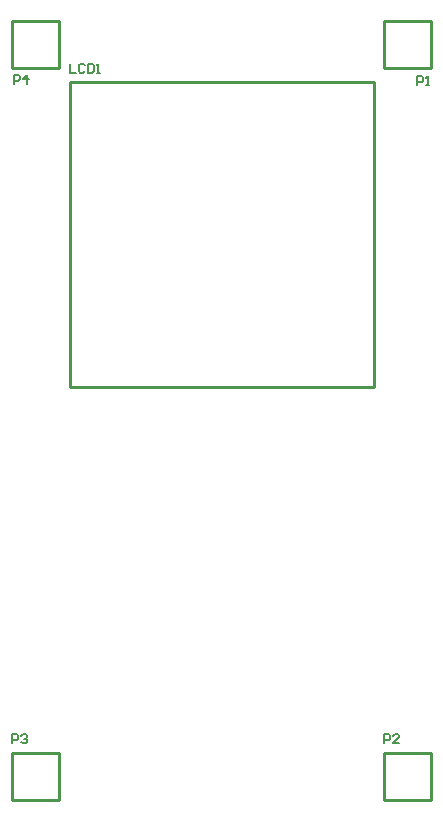
<source format=gto>
G04*
G04 #@! TF.GenerationSoftware,Altium Limited,Altium Designer,21.3.2 (30)*
G04*
G04 Layer_Color=65535*
%FSTAX24Y24*%
%MOIN*%
G70*
G04*
G04 #@! TF.SameCoordinates,65AEA3AE-AEA4-4408-87EB-DFBB4D2FCE8C*
G04*
G04*
G04 #@! TF.FilePolarity,Positive*
G04*
G01*
G75*
%ADD10C,0.0100*%
%ADD11C,0.0060*%
D10*
X041375Y030107D02*
Y040264D01*
X031218D02*
X041375D01*
X031218Y030107D02*
Y040264D01*
Y030107D02*
X041375D01*
X041693Y04231D02*
X043267D01*
Y040735D02*
Y04231D01*
X041693Y040735D02*
X043267D01*
X041693D02*
Y04231D01*
X0293D02*
X030875D01*
Y040735D02*
Y04231D01*
X0293Y040735D02*
X030875D01*
X0293D02*
Y04231D01*
Y01791D02*
X030875D01*
Y016335D02*
Y01791D01*
X0293Y016335D02*
X030875D01*
X0293D02*
Y01791D01*
X041693D02*
X043267D01*
Y016335D02*
Y01791D01*
X041693Y016335D02*
X043267D01*
X041693D02*
Y01791D01*
D11*
X03123Y04087D02*
Y04057D01*
X03143D01*
X03173Y04082D02*
X03168Y04087D01*
X03158D01*
X03153Y04082D01*
Y04062D01*
X03158Y04057D01*
X03168D01*
X03173Y04062D01*
X03183Y04087D02*
Y04057D01*
X03198D01*
X03203Y04062D01*
Y04082D01*
X03198Y04087D01*
X03183D01*
X03213Y04057D02*
X03223D01*
X03218D01*
Y04087D01*
X03213Y04082D01*
X02935Y0402D02*
Y0405D01*
X0295D01*
X02955Y04045D01*
Y04035D01*
X0295Y0403D01*
X02935D01*
X0298Y0402D02*
Y0405D01*
X02965Y04035D01*
X02985D01*
X02931Y01822D02*
Y01852D01*
X02946D01*
X02951Y01847D01*
Y01837D01*
X02946Y01832D01*
X02931D01*
X02961Y01847D02*
X02966Y01852D01*
X02976D01*
X02981Y01847D01*
Y01842D01*
X02976Y01837D01*
X02971D01*
X02976D01*
X02981Y01832D01*
Y01827D01*
X02976Y01822D01*
X02966D01*
X02961Y01827D01*
X0417Y01822D02*
Y01852D01*
X04185D01*
X0419Y01847D01*
Y01837D01*
X04185Y01832D01*
X0417D01*
X0422Y01822D02*
X042D01*
X0422Y01842D01*
Y01847D01*
X04215Y01852D01*
X04205D01*
X042Y01847D01*
X0428Y04015D02*
Y04045D01*
X04295D01*
X043Y0404D01*
Y0403D01*
X04295Y04025D01*
X0428D01*
X0431Y04015D02*
X0432D01*
X04315D01*
Y04045D01*
X0431Y0404D01*
M02*

</source>
